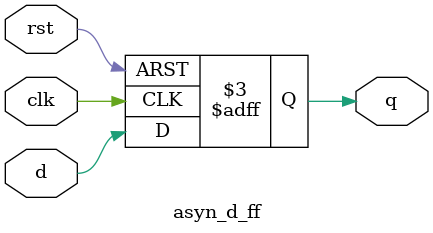
<source format=v>

module asyn_d_ff (
    input d,      
    input clk,      
    input rst,     
    output reg q   
);

    always @(posedge clk or negedge rst) begin
        if (!rst) 
            q <= 1'b0;  
        else
            q <= d;     
    end

endmodule


</source>
